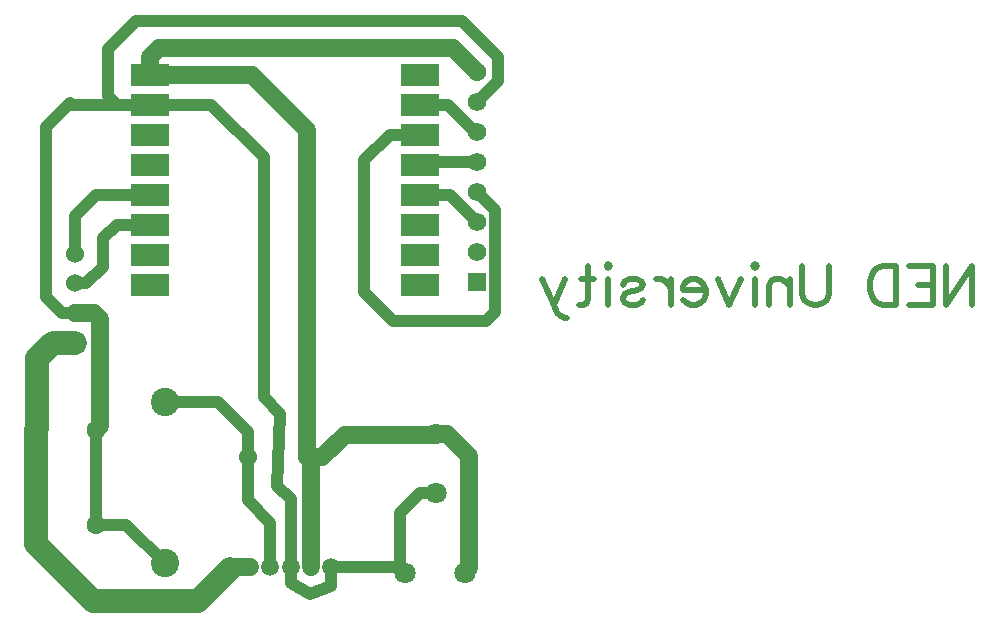
<source format=gbl>
G04 Layer: BottomLayer*
G04 EasyEDA v6.5.40, 2024-02-15 13:07:32*
G04 3051d7fe94b74b85aaa247d59f2a5175,7a4bf17ae9984c6ea0cf7d4767ac866e,10*
G04 Gerber Generator version 0.2*
G04 Scale: 100 percent, Rotated: No, Reflected: No *
G04 Dimensions in millimeters *
G04 leading zeros omitted , absolute positions ,4 integer and 5 decimal *
%FSLAX45Y45*%
%MOMM*%

%ADD10C,0.5000*%
%ADD11C,1.0000*%
%ADD12C,2.0000*%
%ADD13C,1.5000*%
%ADD14C,1.5240*%
%ADD15R,3.2918X1.8288*%
%ADD16R,1.5750X1.5748*%
%ADD17C,1.5748*%
%ADD18C,2.4000*%
%ADD19C,1.8000*%
%ADD20C,1.6000*%
%ADD21R,1.5240X1.5240*%

%LPD*%
D10*
X8307656Y-2531574D02*
G01*
X8307656Y-2865666D01*
X8307656Y-2531574D02*
G01*
X8084929Y-2865666D01*
X8084929Y-2531574D02*
G01*
X8084929Y-2865666D01*
X7979930Y-2531574D02*
G01*
X7979930Y-2865666D01*
X7979930Y-2531574D02*
G01*
X7773111Y-2531574D01*
X7979930Y-2690665D02*
G01*
X7852658Y-2690665D01*
X7979930Y-2865666D02*
G01*
X7773111Y-2865666D01*
X7668112Y-2531574D02*
G01*
X7668112Y-2865666D01*
X7668112Y-2531574D02*
G01*
X7556748Y-2531574D01*
X7509022Y-2547485D01*
X7477203Y-2579303D01*
X7461295Y-2611120D01*
X7445385Y-2658849D01*
X7445385Y-2738394D01*
X7461295Y-2786120D01*
X7477203Y-2817939D01*
X7509022Y-2849758D01*
X7556748Y-2865666D01*
X7668112Y-2865666D01*
X7095385Y-2531574D02*
G01*
X7095385Y-2770210D01*
X7079477Y-2817939D01*
X7047659Y-2849758D01*
X6999932Y-2865666D01*
X6968114Y-2865666D01*
X6920387Y-2849758D01*
X6888568Y-2817939D01*
X6872660Y-2770210D01*
X6872660Y-2531574D01*
X6767659Y-2642938D02*
G01*
X6767659Y-2865666D01*
X6767659Y-2706575D02*
G01*
X6719933Y-2658849D01*
X6688114Y-2642938D01*
X6640388Y-2642938D01*
X6608569Y-2658849D01*
X6592661Y-2706575D01*
X6592661Y-2865666D01*
X6487660Y-2531574D02*
G01*
X6471752Y-2547485D01*
X6455841Y-2531574D01*
X6471752Y-2515666D01*
X6487660Y-2531574D01*
X6471752Y-2642938D02*
G01*
X6471752Y-2865666D01*
X6350843Y-2642938D02*
G01*
X6255387Y-2865666D01*
X6159934Y-2642938D02*
G01*
X6255387Y-2865666D01*
X6054933Y-2738394D02*
G01*
X5864024Y-2738394D01*
X5864024Y-2706575D01*
X5879934Y-2674757D01*
X5895842Y-2658849D01*
X5927661Y-2642938D01*
X5975388Y-2642938D01*
X6007206Y-2658849D01*
X6039025Y-2690665D01*
X6054933Y-2738394D01*
X6054933Y-2770210D01*
X6039025Y-2817939D01*
X6007206Y-2849758D01*
X5975388Y-2865666D01*
X5927661Y-2865666D01*
X5895842Y-2849758D01*
X5864024Y-2817939D01*
X5759025Y-2642938D02*
G01*
X5759025Y-2865666D01*
X5759025Y-2738394D02*
G01*
X5743115Y-2690665D01*
X5711299Y-2658849D01*
X5679480Y-2642938D01*
X5631754Y-2642938D01*
X5351754Y-2690665D02*
G01*
X5367662Y-2658849D01*
X5415389Y-2642938D01*
X5463115Y-2642938D01*
X5510844Y-2658849D01*
X5526752Y-2690665D01*
X5510844Y-2722483D01*
X5479026Y-2738394D01*
X5399481Y-2754302D01*
X5367662Y-2770210D01*
X5351754Y-2802028D01*
X5351754Y-2817939D01*
X5367662Y-2849758D01*
X5415389Y-2865666D01*
X5463115Y-2865666D01*
X5510844Y-2849758D01*
X5526752Y-2817939D01*
X5246753Y-2531574D02*
G01*
X5230845Y-2547485D01*
X5214934Y-2531574D01*
X5230845Y-2515666D01*
X5246753Y-2531574D01*
X5230845Y-2642938D02*
G01*
X5230845Y-2865666D01*
X5062209Y-2531574D02*
G01*
X5062209Y-2802028D01*
X5046299Y-2849758D01*
X5014480Y-2865666D01*
X4982662Y-2865666D01*
X5109936Y-2642938D02*
G01*
X4998572Y-2642938D01*
X4861755Y-2642938D02*
G01*
X4766299Y-2865666D01*
X4670846Y-2642938D02*
G01*
X4766299Y-2865666D01*
X4798118Y-2929303D01*
X4829936Y-2961119D01*
X4861755Y-2977029D01*
X4877663Y-2977029D01*
D11*
X711217Y-2681698D02*
G01*
X810801Y-2681698D01*
X952500Y-2540000D01*
X952500Y-2298700D01*
X1066817Y-2184392D01*
X1346192Y-2184392D01*
X711141Y-2431737D02*
G01*
X711141Y-2108141D01*
X888941Y-1930341D01*
X1346192Y-1930392D01*
X2882003Y-5079992D02*
G01*
X3454387Y-5079992D01*
X3505194Y-5130800D01*
X3771900Y-4453699D02*
G01*
X3636200Y-4453699D01*
X3467100Y-4622800D01*
X3467100Y-5092700D01*
X3505200Y-5130800D01*
X4114792Y-1396992D02*
G01*
X4102092Y-1396992D01*
X3873494Y-1168394D01*
X3632194Y-1168394D01*
X3632194Y-1930394D02*
G01*
X3886194Y-1930394D01*
X4114792Y-2158992D01*
X4114792Y-1650992D02*
G01*
X3657597Y-1650992D01*
X3632194Y-1676394D01*
X3632141Y-1422341D02*
G01*
X3378141Y-1422341D01*
X3162241Y-1638241D01*
X3162241Y-2755841D01*
X3403541Y-2997141D01*
X4190941Y-2997141D01*
X4267141Y-2920941D01*
X4267141Y-2057341D01*
X4114741Y-1904941D01*
X888994Y-4724394D02*
G01*
X1148760Y-4724394D01*
X1473192Y-5048826D01*
X4114741Y-1142941D02*
G01*
X4292541Y-965141D01*
X4292541Y-761941D01*
X3987741Y-457141D01*
X1231841Y-457141D01*
X990541Y-698441D01*
X990541Y-1092141D01*
X1066741Y-1168341D01*
X1346141Y-1168341D01*
X2539941Y-5079941D02*
G01*
X2539941Y-5219641D01*
X2705100Y-5308600D01*
X2882900Y-5245100D01*
X2882079Y-5079941D01*
D12*
X711212Y-3181687D02*
G01*
X526712Y-3181687D01*
X393700Y-3314700D01*
X393700Y-3911584D01*
X380992Y-3924292D01*
X380992Y-3924292D02*
G01*
X380992Y-4724392D01*
X380941Y-4724341D02*
G01*
X380941Y-4889441D01*
X863541Y-5372041D01*
X1752541Y-5372041D01*
X2026099Y-5098483D01*
D13*
X2197981Y-5079992D02*
G01*
X2026099Y-5079992D01*
X1346141Y-914341D02*
G01*
X2209741Y-914341D01*
X2675831Y-1380431D01*
X2675831Y-4152841D01*
X2675714Y-4152900D02*
G01*
X2710985Y-4188172D01*
X2710985Y-5079992D01*
X2675704Y-4152892D02*
G01*
X2806707Y-4152892D01*
X2997200Y-3962400D01*
X3763197Y-3962400D01*
X3771892Y-3953705D01*
X3771900Y-3953700D02*
G01*
X3864800Y-3953700D01*
X4051300Y-4140200D01*
X4051300Y-5092700D01*
X4013200Y-5130800D01*
X1346194Y-914394D02*
G01*
X1346194Y-762000D01*
X1422394Y-685800D01*
X3911600Y-685800D01*
X4114792Y-888992D01*
D11*
X2175705Y-4152841D02*
G01*
X2175705Y-3941005D01*
X1923483Y-3688783D01*
X1473141Y-3688783D01*
X2368999Y-5079941D02*
G01*
X2368999Y-4705799D01*
X2175705Y-4512505D01*
X2175705Y-4151825D01*
D13*
X711212Y-2931701D02*
G01*
X874301Y-2931701D01*
X927100Y-2984500D01*
X927100Y-3886184D01*
X888992Y-3924292D01*
D11*
X1346141Y-1168341D02*
G01*
X1866841Y-1168341D01*
X2311341Y-1612841D01*
X2311341Y-3644841D01*
X2451041Y-3784541D01*
X2425641Y-4394141D01*
X2539941Y-4508441D01*
X2539941Y-5079941D01*
X888992Y-3924292D02*
G01*
X888992Y-4724392D01*
X711212Y-2931701D02*
G01*
X607601Y-2931701D01*
X469900Y-2794000D01*
X469900Y-1358900D01*
X673100Y-1155700D01*
X685792Y-1168392D01*
X1346192Y-1168392D01*
D13*
G01*
X2197981Y-5079992D03*
G01*
X2368999Y-5079992D03*
G01*
X2539992Y-5079992D03*
G01*
X2710985Y-5079992D03*
G01*
X2882003Y-5079992D03*
D14*
G01*
X2175705Y-4152892D03*
G01*
X2675704Y-4152892D03*
D15*
G01*
X3632192Y-2692392D03*
G01*
X1346192Y-914392D03*
G01*
X1346192Y-1168392D03*
G01*
X1346192Y-1422392D03*
G01*
X1346192Y-1676392D03*
G01*
X1346192Y-1930392D03*
G01*
X1346192Y-2184392D03*
G01*
X1346192Y-2438392D03*
G01*
X1346192Y-2692392D03*
G01*
X3632192Y-914392D03*
G01*
X3632192Y-1168392D03*
G01*
X3632192Y-1422392D03*
G01*
X3632192Y-1676392D03*
G01*
X3632192Y-1930392D03*
G01*
X3632192Y-2184392D03*
G01*
X3632192Y-2438392D03*
D16*
G01*
X4114792Y-2666992D03*
D17*
G01*
X4114792Y-2412992D03*
G01*
X4114792Y-2158992D03*
G01*
X4114792Y-1904992D03*
G01*
X4114792Y-1650992D03*
G01*
X4114792Y-1396992D03*
G01*
X4114792Y-1142992D03*
G01*
X4114792Y-888992D03*
D18*
G01*
X1473192Y-5048826D03*
G01*
X1473192Y-3688808D03*
D19*
G01*
X4013192Y-5130792D03*
G01*
X3505192Y-5130792D03*
G01*
X3771892Y-3953705D03*
G01*
X3771892Y-4453704D03*
D20*
G01*
X380992Y-4724392D03*
G01*
X888992Y-4724392D03*
G01*
X888992Y-3924292D03*
G01*
X380992Y-3924292D03*
D21*
G01*
X711217Y-3181697D03*
D14*
G01*
X711217Y-2931711D03*
G01*
X711217Y-2681698D03*
G01*
X711217Y-2431712D03*
M02*

</source>
